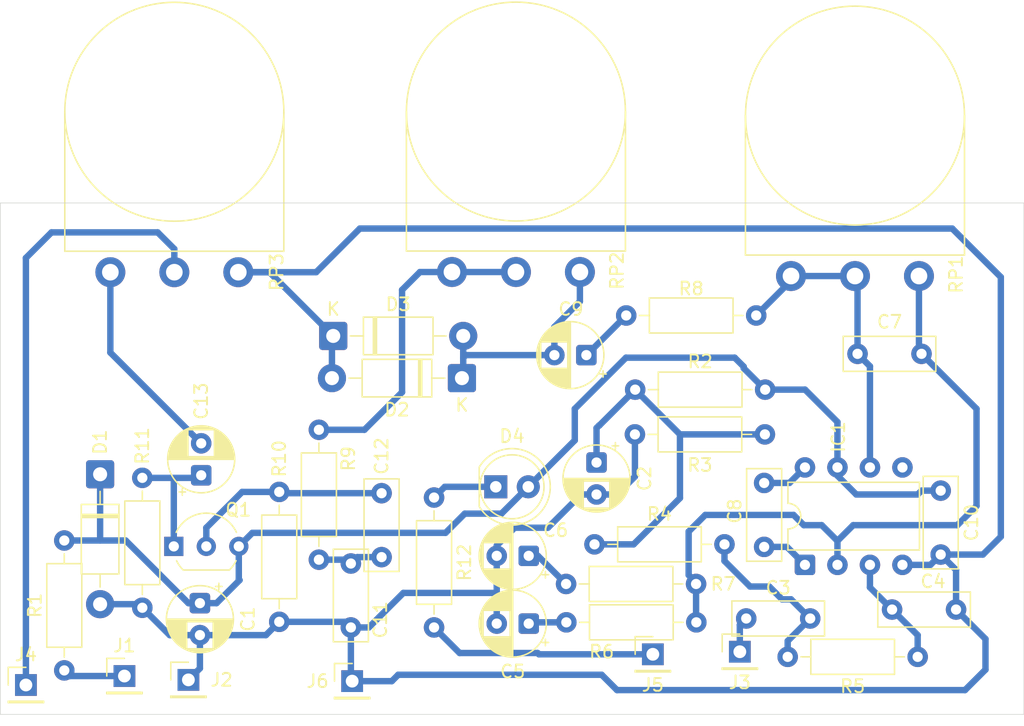
<source format=kicad_pcb>
(kicad_pcb (version 20241229) (generator "pcbnew") (generator_version "9.0")
  (layers (0 "F.Cu" signal) (2 "B.Cu" signal) (13 "F.Paste" user) (15 "B.Paste" user) (5 "F.SilkS" user "F.Silkscreen") (7 "B.SilkS" user "B.Silkscreen") (1 "F.Mask" user) (3 "B.Mask" user) (25 "Edge.Cuts" user))
  (net 0 "")
  (net 1 "Net-(J3-Pin_1)")
  (net 2 "GND")
  (net 3 "VCC")
  (net 4 "Net-(C6-Pad1)")
  (net 5 "Net-(J1-Pin_1)")
  (net 6 "Net-(C3-Pad2)")
  (net 7 "Net-(C8-Pad2)")
  (net 8 "Net-(C2-Pad1)")
  (net 9 "Net-(C7-Pad1)")
  (net 10 "Net-(C8-Pad1)")
  (net 11 "Net-(C9-Pad1)")
  (net 12 "Net-(C11-Pad1)")
  (net 13 "Net-(R9-Pad1)")
  (net 14 "Net-(D2-K)")
  (net 15 "Net-(C5-Pad1)")
  (net 16 "Net-(Q1-G)")
  (net 17 "Net-(C13-Pad2)")
  (net 18 "Net-(Q1-S)")
  (net 19 "Net-(D4-K)")
  (net 20 "Net-(J4-Pin_1)")
  (net 21 "Net-(J5-Pin_1)")
  (net 22 "Net-(IC1-+)")
  (net 23 "Net-(IC1--)")
  (footprint "Resistor_THT:R_Axial_DIN0207_L6.3mm_D2.5mm_P10.16mm_Horizontal" (layer "F.Cu") (at 6.44 6.7)
    (property "Reference" "R4" (at 5.08 -2.37 0) (layer "F.SilkS"))
    (property "Value" "1M")
    (pad "1" thru_hole circle (at 0 0) (size 1.6 1.6) (drill 0.8) (layers "*.Cu" "*.Mask") (net 8 "Net-(C2-Pad1)"))
    (pad "2" thru_hole circle (at 10.16 0) (size 1.6 1.6) (drill 0.8) (layers "*.Cu" "*.Mask") (net 6 "Net-(C3-Pad2)"))
  )
  (footprint "Capacitor_THT:CP_Radial_D5.0mm_P2.50mm" (layer "F.Cu") (at -24.3 1.3 90)
    (property "Reference" "C13" (at 5.8 0 90) (layer "F.SilkS"))
    (property "Value" "1u")
    (pad "1" thru_hole roundrect (at 0 0 90) (size 1.6 1.6) (drill 0.8) (layers "*.Cu" "*.Mask") (roundrect_rratio 0.15625) (net 18 "Net-(Q1-S)"))
    (pad "2" thru_hole circle (at 2.5 0 90) (size 1.6 1.6) (drill 0.8) (layers "*.Cu" "*.Mask") (net 17 "Net-(C13-Pad2)"))
  )
  (footprint "Resistor_THT:R_Axial_DIN0207_L6.3mm_D2.5mm_P10.16mm_Horizontal" (layer "F.Cu") (at -28.9 1.5 -90)
    (property "Reference" "R11" (at -2.5 0 90) (layer "F.SilkS"))
    (property "Value" "10k")
    (pad "1" thru_hole circle (at 0 0 270) (size 1.6 1.6) (drill 0.8) (layers "*.Cu" "*.Mask") (net 18 "Net-(Q1-S)"))
    (pad "2" thru_hole circle (at 10.16 0 270) (size 1.6 1.6) (drill 0.8) (layers "*.Cu" "*.Mask") (net 2 "GND"))
  )
  (footprint "Connector_PinHeader_2.54mm:PinHeader_1x01_P2.54mm_Vertical" (layer "F.Cu") (at -30.3 17)
    (property "Reference" "J1" (at 0 -2.38 0) (layer "F.SilkS"))
    (property "Value" "+V")
    (pad "1" thru_hole rect (at 0 0) (size 1.7 1.7) (drill 1) (layers "*.Cu" "*.Mask") (net 5 "Net-(J1-Pin_1)"))
  )
  (footprint "Capacitor_THT:C_Rect_L7.0mm_W2.5mm_P5.00mm" (layer "F.Cu") (at -12.6 8.2 -90)
    (property "Reference" "C11" (at 4.4 -2.3 90) (layer "F.SilkS"))
    (property "Value" "2.7n")
    (pad "1" thru_hole circle (at 0 0 270) (size 1.6 1.6) (drill 0.8) (layers "*.Cu" "*.Mask") (net 12 "Net-(C11-Pad1)"))
    (pad "2" thru_hole circle (at 5 0 270) (size 1.6 1.6) (drill 0.8) (layers "*.Cu" "*.Mask") (net 2 "GND"))
  )
  (footprint "Resistor_THT:R_Axial_DIN0207_L6.3mm_D2.5mm_P10.16mm_Horizontal" (layer "F.Cu") (at 9.62 -5.4)
    (property "Reference" "R2" (at 5.08 -2.2 0) (layer "F.SilkS"))
    (property "Value" "100k")
    (pad "1" thru_hole circle (at 0 0) (size 1.6 1.6) (drill 0.8) (layers "*.Cu" "*.Mask") (net 8 "Net-(C2-Pad1)"))
    (pad "2" thru_hole circle (at 10.16 0) (size 1.6 1.6) (drill 0.8) (layers "*.Cu" "*.Mask") (net 3 "VCC"))
  )
  (footprint "Resistor_THT:R_Axial_DIN0207_L6.3mm_D2.5mm_P10.16mm_Horizontal" (layer "F.Cu") (at 4.24 12.8)
    (property "Reference" "R6" (at 2.76 2.3 0) (layer "F.SilkS"))
    (property "Value" "47R")
    (pad "1" thru_hole circle (at 0 0) (size 1.6 1.6) (drill 0.8) (layers "*.Cu" "*.Mask") (net 15 "Net-(C5-Pad1)"))
    (pad "2" thru_hole circle (at 10.16 0) (size 1.6 1.6) (drill 0.8) (layers "*.Cu" "*.Mask") (net 23 "Net-(IC1--)"))
  )
  (footprint "Potentiometer_THT:Potentiometer_Omeg_PC16BU_Vertical" (layer "F.Cu") (at -21.4 -14.585 90)
    (property "Reference" "RP3" (at 0.015 3 90) (layer "F.SilkS"))
    (property "Value" "A100k")
    (pad "1" thru_hole circle (at 0 0 90) (size 2.34 2.34) (drill 1.3) (layers "*.Cu" "*.Mask") (net 2 "GND"))
    (pad "2" thru_hole circle (at 0 -5 90) (size 2.34 2.34) (drill 1.3) (layers "*.Cu" "*.Mask") (net 20 "Net-(J4-Pin_1)"))
    (pad "3" thru_hole circle (at 0 -10 90) (size 2.34 2.34) (drill 1.3) (layers "*.Cu" "*.Mask") (net 17 "Net-(C13-Pad2)"))
  )
  (footprint "Capacitor_THT:C_Rect_L7.0mm_W2.5mm_P5.00mm" (layer "F.Cu") (at 18.3 12.5)
    (property "Reference" "C3" (at 2.5 -2.4 0) (layer "F.SilkS"))
    (property "Value" "22n")
    (pad "1" thru_hole circle (at 0 0) (size 1.6 1.6) (drill 0.8) (layers "*.Cu" "*.Mask") (net 1 "Net-(J3-Pin_1)"))
    (pad "2" thru_hole circle (at 5 0) (size 1.6 1.6) (drill 0.8) (layers "*.Cu" "*.Mask") (net 6 "Net-(C3-Pad2)"))
  )
  (footprint "Capacitor_THT:CP_Radial_D5.0mm_P2.50mm" (layer "F.Cu") (at 1.3 7.6 180)
    (property "Reference" "C6" (at -2.1 2 0) (layer "F.SilkS"))
    (property "Value" "4.7u")
    (pad "1" thru_hole roundrect (at 0 0 180) (size 1.6 1.6) (drill 0.8) (layers "*.Cu" "*.Mask") (roundrect_rratio 0.15625) (net 4 "Net-(C6-Pad1)"))
    (pad "2" thru_hole circle (at 2.5 0 180) (size 1.6 1.6) (drill 0.8) (layers "*.Cu" "*.Mask") (net 2 "GND"))
  )
  (footprint "Resistor_THT:R_Axial_DIN0207_L6.3mm_D2.5mm_P10.16mm_Horizontal" (layer "F.Cu") (at -35 6.4 -90)
    (property "Reference" "R1" (at 5.08 2.3 90) (layer "F.SilkS"))
    (property "Value" "47R")
    (pad "1" thru_hole circle (at 0 0 270) (size 1.6 1.6) (drill 0.8) (layers "*.Cu" "*.Mask") (net 3 "VCC"))
    (pad "2" thru_hole circle (at 10.16 0 270) (size 1.6 1.6) (drill 0.8) (layers "*.Cu" "*.Mask") (net 5 "Net-(J1-Pin_1)"))
  )
  (footprint "Capacitor_THT:CP_Radial_D5.0mm_P2.50mm" (layer "F.Cu") (at -24.4 11.3 -90)
    (property "Reference" "C1" (at 1.25 -3.75 90) (layer "F.SilkS"))
    (property "Value" "100u")
    (pad "1" thru_hole roundrect (at 0 0 270) (size 1.6 1.6) (drill 0.8) (layers "*.Cu" "*.Mask") (roundrect_rratio 0.15625) (net 3 "VCC"))
    (pad "2" thru_hole circle (at 2.5 0 270) (size 1.6 1.6) (drill 0.8) (layers "*.Cu" "*.Mask") (net 2 "GND"))
  )
  (footprint "Connector_PinHeader_2.54mm:PinHeader_1x01_P2.54mm_Vertical" (layer "F.Cu") (at 17.8 15.1)
    (property "Reference" "J3" (at 0 2.4 0) (layer "F.SilkS"))
    (property "Value" "IN")
    (pad "1" thru_hole rect (at 0 0) (size 1.7 1.7) (drill 1) (layers "*.Cu" "*.Mask") (net 1 "Net-(J3-Pin_1)"))
  )
  (footprint "Connector_PinHeader_2.54mm:PinHeader_1x01_P2.54mm_Vertical" (layer "F.Cu") (at -12.5 17.4)
    (property "Reference" "J6" (at -2.7 0 0) (layer "F.SilkS"))
    (property "Value" "GND")
    (pad "1" thru_hole rect (at 0 0) (size 1.7 1.7) (drill 1) (layers "*.Cu" "*.Mask") (net 2 "GND"))
  )
  (footprint "LED_THT:LED_D5.0mm" (layer "F.Cu") (at -1.275 2.2)
    (property "Reference" "D4" (at 1.27 -3.96 0) (layer "F.SilkS"))
    (property "Value" "LED")
    (pad "1" thru_hole rect (at 0 0) (size 1.8 1.8) (drill 0.9) (layers "*.Cu" "*.Mask") (net 19 "Net-(D4-K)"))
    (pad "2" thru_hole circle (at 2.54 0) (size 1.8 1.8) (drill 0.9) (layers "*.Cu" "*.Mask") (net 3 "VCC"))
  )
  (footprint "Diode_THT:D_DO-41_SOD81_P10.16mm_Horizontal" (layer "F.Cu") (at -3.92 -6.3 180)
    (property "Reference" "D2" (at 5.08 -2.47 0) (layer "F.SilkS"))
    (property "Value" "ST4148")
    (fp_text user "K" (at 0 -2.1 0) (layer "F.SilkS"))
    (pad "1" thru_hole roundrect (at 0 0 180) (size 2.2 2.2) (drill 1.1) (layers "*.Cu" "*.Mask") (roundrect_rratio 0.113636) (net 14 "Net-(D2-K)"))
    (pad "2" thru_hole circle (at 10.16 0 180) (size 2.2 2.2) (drill 1.1) (layers "*.Cu" "*.Mask") (net 2 "GND"))
  )
  (footprint "Connector_PinHeader_2.54mm:PinHeader_1x01_P2.54mm_Vertical" (layer "F.Cu") (at 11 15.3)
    (property "Reference" "J5" (at 0 2.4 0) (layer "F.SilkS"))
    (property "Value" "LED")
    (pad "1" thru_hole rect (at 0 0) (size 1.7 1.7) (drill 1) (layers "*.Cu" "*.Mask") (net 21 "Net-(J5-Pin_1)"))
  )
  (footprint "Potentiometer_THT:Potentiometer_Omeg_PC16BU_Vertical" (layer "F.Cu") (at 31.8 -14.285 90)
    (property "Reference" "RP1" (at 0.115 2.9 90) (layer "F.SilkS"))
    (property "Value" "A100k")
    (pad "1" thru_hole circle (at 0 0 90) (size 2.34 2.34) (drill 1.3) (layers "*.Cu" "*.Mask") (net 23 "Net-(IC1--)"))
    (pad "2" thru_hole circle (at 0 -5 90) (size 2.34 2.34) (drill 1.3) (layers "*.Cu" "*.Mask") (net 9 "Net-(C7-Pad1)"))
    (pad "3" thru_hole circle (at 0 -10 90) (size 2.34 2.34) (drill 1.3) (layers "*.Cu" "*.Mask") (net 9 "Net-(C7-Pad1)"))
  )
  (footprint "Capacitor_THT:C_Rect_L7.0mm_W2.5mm_P5.00mm" (layer "F.Cu") (at 33.5 2.5 -90)
    (property "Reference" "C10" (at 2.5 -2.4 90) (layer "F.SilkS"))
    (property "Value" "10n")
    (pad "1" thru_hole circle (at 0 0 270) (size 1.6 1.6) (drill 0.8) (layers "*.Cu" "*.Mask") (net 3 "VCC"))
    (pad "2" thru_hole circle (at 5 0 270) (size 1.6 1.6) (drill 0.8) (layers "*.Cu" "*.Mask") (net 2 "GND"))
  )
  (footprint "Capacitor_THT:C_Rect_L7.0mm_W2.5mm_P5.00mm" (layer "F.Cu") (at 19.7 1.9 -90)
    (property "Reference" "C8" (at 2.2 2.3 90) (layer "F.SilkS"))
    (property "Value" "30p")
    (pad "1" thru_hole circle (at 0 0 270) (size 1.6 1.6) (drill 0.8) (layers "*.Cu" "*.Mask") (net 10 "Net-(C8-Pad1)"))
    (pad "2" thru_hole circle (at 5 0 270) (size 1.6 1.6) (drill 0.8) (layers "*.Cu" "*.Mask") (net 7 "Net-(C8-Pad2)"))
  )
  (footprint "Connector_PinHeader_2.54mm:PinHeader_1x01_P2.54mm_Vertical" (layer "F.Cu") (at -38 17.7)
    (property "Reference" "J4" (at 0 -2.38 0) (layer "F.SilkS"))
    (property "Value" "OUT")
    (pad "1" thru_hole rect (at 0 0) (size 1.7 1.7) (drill 1) (layers "*.Cu" "*.Mask") (net 20 "Net-(J4-Pin_1)"))
  )
  (footprint "Capacitor_THT:CP_Radial_D5.0mm_P2.50mm" (layer "F.Cu") (at 6.6 0.3 -90)
    (property "Reference" "C2" (at 1.25 -3.75 90) (layer "F.SilkS"))
    (property "Value" "1u")
    (pad "1" thru_hole roundrect (at 0 0 270) (size 1.6 1.6) (drill 0.8) (layers "*.Cu" "*.Mask") (roundrect_rratio 0.15625) (net 8 "Net-(C2-Pad1)"))
    (pad "2" thru_hole circle (at 2.5 0 270) (size 1.6 1.6) (drill 0.8) (layers "*.Cu" "*.Mask") (net 2 "GND"))
  )
  (footprint "Resistor_THT:R_Axial_DIN0207_L6.3mm_D2.5mm_P10.16mm_Horizontal" (layer "F.Cu") (at 21.54 15.5)
    (property "Reference" "R5" (at 5.08 2.3 0) (layer "F.SilkS"))
    (property "Value" "1k")
    (pad "1" thru_hole circle (at 0 0) (size 1.6 1.6) (drill 0.8) (layers "*.Cu" "*.Mask") (net 6 "Net-(C3-Pad2)"))
    (pad "2" thru_hole circle (at 10.16 0) (size 1.6 1.6) (drill 0.8) (layers "*.Cu" "*.Mask") (net 22 "Net-(IC1-+)"))
  )
  (footprint "Resistor_THT:R_Axial_DIN0207_L6.3mm_D2.5mm_P10.16mm_Horizontal" (layer "F.Cu") (at -6.1 3.04 -90)
    (property "Reference" "R12" (at 5.08 -2.37 90) (layer "F.SilkS"))
    (property "Value" "1.5k")
    (pad "1" thru_hole circle (at 0 0 270) (size 1.6 1.6) (drill 0.8) (layers "*.Cu" "*.Mask") (net 19 "Net-(D4-K)"))
    (pad "2" thru_hole circle (at 10.16 0 270) (size 1.6 1.6) (drill 0.8) (layers "*.Cu" "*.Mask") (net 21 "Net-(J5-Pin_1)"))
  )
  (footprint "Resistor_THT:R_Axial_DIN0207_L6.3mm_D2.5mm_P10.16mm_Horizontal" (layer "F.Cu") (at -18.2 2.6 -90)
    (property "Reference" "R10" (at -2.6 0 90) (layer "F.SilkS"))
    (property "Value" "1M")
    (pad "1" thru_hole circle (at 0 0 270) (size 1.6 1.6) (drill 0.8) (layers "*.Cu" "*.Mask") (net 16 "Net-(Q1-G)"))
    (pad "2" thru_hole circle (at 10.16 0 270) (size 1.6 1.6) (drill 0.8) (layers "*.Cu" "*.Mask") (net 2 "GND"))
  )
  (footprint "Capacitor_THT:C_Rect_L7.0mm_W2.5mm_P5.00mm" (layer "F.Cu") (at 27 -8.2)
    (property "Reference" "C7" (at 2.5 -2.5 0) (layer "F.SilkS"))
    (property "Value" "100p")
    (pad "1" thru_hole circle (at 0 0) (size 1.6 1.6) (drill 0.8) (layers "*.Cu" "*.Mask") (net 9 "Net-(C7-Pad1)"))
    (pad "2" thru_hole circle (at 5 0) (size 1.6 1.6) (drill 0.8) (layers "*.Cu" "*.Mask") (net 23 "Net-(IC1--)"))
  )
  (footprint "Diode_THT:D_DO-41_SOD81_P10.16mm_Horizontal" (layer "F.Cu") (at -32.2 1.22 -90)
    (property "Reference" "D1" (at -2.52 0 90) (layer "F.SilkS"))
    (property "Value" "1N4007")
    (pad "1" thru_hole roundrect (at 0 0 270) (size 2.2 2.2) (drill 1.1) (layers "*.Cu" "*.Mask") (roundrect_rratio 0.113636) (net 3 "VCC"))
    (pad "2" thru_hole circle (at 10.16 0 270) (size 2.2 2.2) (drill 1.1) (layers "*.Cu" "*.Mask") (net 2 "GND"))
  )
  (footprint "Capacitor_THT:CP_Radial_D5.0mm_P2.50mm" (layer "F.Cu") (at 5.805112 -8.1 180)
    (property "Reference" "C9" (at 1.205113 3.6 0) (layer "F.SilkS"))
    (property "Value" "4.7u")
    (pad "1" thru_hole roundrect (at 0 0 180) (size 1.6 1.6) (drill 0.8) (layers "*.Cu" "*.Mask") (roundrect_rratio 0.15625) (net 11 "Net-(C9-Pad1)"))
    (pad "2" thru_hole circle (at 2.5 0 180) (size 1.6 1.6) (drill 0.8) (layers "*.Cu" "*.Mask") (net 14 "Net-(D2-K)"))
  )
  (footprint "Diode_THT:D_DO-41_SOD81_P10.16mm_Horizontal" (layer "F.Cu") (at -13.98 -9.6)
    (property "Reference" "D3" (at 5.08 -2.47 0) (layer "F.SilkS"))
    (property "Value" "ST4148")
    (fp_text user "K" (at 0 -2.1 0) (layer "F.SilkS"))
    (pad "1" thru_hole roundrect (at 0 0) (size 2.2 2.2) (drill 1.1) (layers "*.Cu" "*.Mask") (roundrect_rratio 0.113636) (net 2 "GND"))
    (pad "2" thru_hole circle (at 10.16 0) (size 2.2 2.2) (drill 1.1) (layers "*.Cu" "*.Mask") (net 14 "Net-(D2-K)"))
  )
  (footprint "Resistor_THT:R_Axial_DIN0207_L6.3mm_D2.5mm_P10.16mm_Horizontal" (layer "F.Cu") (at 8.92 -11.2)
    (property "Reference" "R8" (at 5.08 -2.1 0) (layer "F.SilkS"))
    (property "Value" "1k")
    (pad "1" thru_hole circle (at 0 0) (size 1.6 1.6) (drill 0.8) (layers "*.Cu" "*.Mask") (net 11 "Net-(C9-Pad1)"))
    (pad "2" thru_hole circle (at 10.16 0) (size 1.6 1.6) (drill 0.8) (layers "*.Cu" "*.Mask") (net 9 "Net-(C7-Pad1)"))
  )
  (footprint "Package_DIP:DIP-8_W7.62mm" (layer "F.Cu") (at 22.89 8.305 90)
    (property "Reference" "IC1" (at 10.005 2.61 90) (layer "F.SilkS"))
    (property "Value" "OP07CP")
    (pad "1" thru_hole roundrect (at 0 0 90) (size 1.6 1.6) (drill 0.8) (layers "*.Cu" "*.Mask") (roundrect_rratio 0.15625) (net 7 "Net-(C8-Pad2)"))
    (pad "2" thru_hole circle (at 0 2.54 90) (size 1.6 1.6) (drill 0.8) (layers "*.Cu" "*.Mask") (net 23 "Net-(IC1--)"))
    (pad "3" thru_hole circle (at 0 5.08 90) (size 1.6 1.6) (drill 0.8) (layers "*.Cu" "*.Mask") (net 22 "Net-(IC1-+)"))
    (pad "4" thru_hole circle (at 0 7.62 90) (size 1.6 1.6) (drill 0.8) (layers "*.Cu" "*.Mask") (net 2 "GND"))
    (pad "5" thru_hole circle (at 7.62 7.62 90) (size 1.6 1.6) (drill 0.8) (layers "*.Cu" "*.Mask"))
    (pad "6" thru_hole circle (at 7.62 5.08 90) (size 1.6 1.6) (drill 0.8) (layers "*.Cu" "*.Mask") (net 9 "Net-(C7-Pad1)"))
    (pad "7" thru_hole circle (at 7.62 2.54 90) (size 1.6 1.6) (drill 0.8) (layers "*.Cu" "*.Mask") (net 3 "VCC"))
    (pad "8" thru_hole circle (at 7.62 0 90) (size 1.6 1.6) (drill 0.8) (layers "*.Cu" "*.Mask") (net 10 "Net-(C8-Pad1)"))
  )
  (footprint "Resistor_THT:R_Axial_DIN0207_L6.3mm_D2.5mm_P10.16mm_Horizontal" (layer "F.Cu") (at 4.22 9.8)
    (property "Reference" "R7" (at 12.28 0 0) (layer "F.SilkS"))
    (property "Value" "560R")
    (pad "1" thru_hole circle (at 0 0) (size 1.6 1.6) (drill 0.8) (layers "*.Cu" "*.Mask") (net 4 "Net-(C6-Pad1)"))
    (pad "2" thru_hole circle (at 10.16 0) (size 1.6 1.6) (drill 0.8) (layers "*.Cu" "*.Mask") (net 23 "Net-(IC1--)"))
  )
  (footprint "Potentiometer_THT:Potentiometer_Omeg_PC16BU_Vertical" (layer "F.Cu") (at 5.3 -14.6 90)
    (property "Reference" "RP2" (at 0.1 2.9 90) (layer "F.SilkS"))
    (property "Value" "A100k")
    (pad "1" thru_hole circle (at 0 0 90) (size 2.34 2.34) (drill 1.3) (layers "*.Cu" "*.Mask") (net 14 "Net-(D2-K)"))
    (pad "2" thru_hole circle (at 0 -5 90) (size 2.34 2.34) (drill 1.3) (layers "*.Cu" "*.Mask") (net 13 "Net-(R9-Pad1)"))
    (pad "3" thru_hole circle (at 0 -10 90) (size 2.34 2.34) (drill 1.3) (layers "*.Cu" "*.Mask") (net 13 "Net-(R9-Pad1)"))
  )
  (footprint "Connector_PinHeader_2.54mm:PinHeader_1x01_P2.54mm_Vertical" (layer "F.Cu") (at -25.3 17.3)
    (property "Reference" "J2" (at 2.6 0 0) (layer "F.SilkS"))
    (property "Value" "GND")
    (pad "1" thru_hole rect (at 0 0) (size 1.7 1.7) (drill 1) (layers "*.Cu" "*.Mask") (net 2 "GND"))
  )
  (footprint "Capacitor_THT:C_Rect_L7.0mm_W2.5mm_P5.00mm" (layer "F.Cu") (at -10.2 2.7 -90)
    (property "Reference" "C12" (at -2.9 0 90) (layer "F.SilkS"))
    (property "Value" "22n")
    (pad "1" thru_hole circle (at 0 0 270) (size 1.6 1.6) (drill 0.8) (layers "*.Cu" "*.Mask") (net 16 "Net-(Q1-G)"))
    (pad "2" thru_hole circle (at 5 0 270) (size 1.6 1.6) (drill 0.8) (layers "*.Cu" "*.Mask") (net 12 "Net-(C11-Pad1)"))
  )
  (footprint "Package_TO_SOT_THT:TO-92_Inline_Wide" (layer "F.Cu") (at -26.44 6.86)
    (property "Reference" "Q1" (at 5.04 -2.86 0) (layer "F.SilkS"))
    (property "Value" "2SK30ATM-GR")
    (pad "1" thru_hole rect (at 0 0) (size 1.5 1.5) (drill 0.8) (layers "*.Cu" "*.Mask") (net 18 "Net-(Q1-S)"))
    (pad "2" thru_hole circle (at 2.54 0) (size 1.5 1.5) (drill 0.8) (layers "*.Cu" "*.Mask") (net 16 "Net-(Q1-G)"))
    (pad "3" thru_hole circle (at 5.08 0) (size 1.5 1.5) (drill 0.8) (layers "*.Cu" "*.Mask") (net 3 "VCC"))
  )
  (footprint "Resistor_THT:R_Axial_DIN0207_L6.3mm_D2.5mm_P10.16mm_Horizontal" (layer "F.Cu") (at -15.1 -2.26 -90)
    (property "Reference" "R9" (at 2.26 -2.3 90) (layer "F.SilkS"))
    (property "Value" "1.5k")
    (pad "1" thru_hole circle (at 0 0 270) (size 1.6 1.6) (drill 0.8) (layers "*.Cu" "*.Mask") (net 13 "Net-(R9-Pad1)"))
    (pad "2" thru_hole circle (at 10.16 0 270) (size 1.6 1.6) (drill 0.8) (layers "*.Cu" "*.Mask") (net 12 "Net-(C11-Pad1)"))
  )
  (footprint "Capacitor_THT:C_Rect_L7.0mm_W2.5mm_P5.00mm" (layer "F.Cu") (at 29.7 11.8)
    (property "Reference" "C4" (at 3.2 -2.2 0) (layer "F.SilkS"))
    (property "Value" "1n")
    (pad "1" thru_hole circle (at 0 0) (size 1.6 1.6) (drill 0.8) (layers "*.Cu" "*.Mask") (net 22 "Net-(IC1-+)"))
    (pad "2" thru_hole circle (at 5 0) (size 1.6 1.6) (drill 0.8) (layers "*.Cu" "*.Mask") (net 2 "GND"))
  )
  (footprint "Capacitor_THT:CP_Radial_D5.0mm_P2.50mm" (layer "F.Cu") (at 1.3 12.9 180)
    (property "Reference" "C5" (at 1.25 -3.75 0) (layer "F.SilkS"))
    (property "Value" "2.2u")
    (pad "1" thru_hole roundrect (at 0 0 180) (size 1.6 1.6) (drill 0.8) (layers "*.Cu" "*.Mask") (roundrect_rratio 0.15625) (net 15 "Net-(C5-Pad1)"))
    (pad "2" thru_hole circle (at 2.5 0 180) (size 1.6 1.6) (drill 0.8) (layers "*.Cu" "*.Mask") (net 2 "GND"))
  )
  (footprint "Resistor_THT:R_Axial_DIN0207_L6.3mm_D2.5mm_P10.16mm_Horizontal" (layer "F.Cu") (at 9.6 -1.9)
    (property "Reference" "R3" (at 5.08 2.4 0) (layer "F.SilkS"))
    (property "Value" "100k")
    (pad "1" thru_hole circle (at 0 0) (size 1.6 1.6) (drill 0.8) (layers "*.Cu" "*.Mask") (net 2 "GND"))
    (pad "2" thru_hole circle (at 10.16 0) (size 1.6 1.6) (drill 0.8) (layers "*.Cu" "*.Mask") (net 8 "Net-(C2-Pad1)"))
  )
  (gr_rect (start -40 -20) (end 40 20) (stroke (width 0.05)) (fill no) (layer "Edge.Cuts"))
  (segment (start 17.8 13) (end 18.3 12.5) (width 0.5) (layer "B.Cu") (net 1))
  (segment (start 17.8 15.1) (end 17.8 13) (width 0.5) (layer "B.Cu") (net 1))
  (segment (start -12.6 13.2) (end -12.6 17.3) (width 0.5) (layer "B.Cu") (net 2))
  (segment (start 0.2 5.4) (end 2.8 5.4) (width 0.5) (layer "B.Cu") (net 2))
  (segment (start 34.7 11.8) (end 37 14.1) (width 0.5) (layer "B.Cu") (net 2))
  (segment (start -11.2 13.2) (end -8.5 10.5) (width 0.5) (layer "B.Cu") (net 2))
  (segment (start -1.2 7.6) (end -1.2 10.5) (width 0.5) (layer "B.Cu") (net 2))
  (segment (start -8.9 16.9) (end -9.4 17.4) (width 0.5) (layer "B.Cu") (net 2))
  (segment (start 8.2 2.8) (end 6.6 2.8) (width 0.5) (layer "B.Cu") (net 2))
  (segment (start 35.4 18.1) (end 8.2 18.1) (width 0.5) (layer "B.Cu") (net 2))
  (segment (start 37 14.1) (end 37 16.5) (width 0.5) (layer "B.Cu") (net 2))
  (segment (start -18.965 -14.585) (end -13.98 -9.6) (width 0.5) (layer "B.Cu") (net 2))
  (segment (start 2.8 5.4) (end 5.4 2.8) (width 0.5) (layer "B.Cu") (net 2))
  (segment (start -19.24 13.8) (end -18.2 12.76) (width 0.5) (layer "B.Cu") (net 2))
  (segment (start 9.6 1.4) (end 8.2 2.8) (width 0.5) (layer "B.Cu") (net 2))
  (segment (start -12.6 17.3) (end -12.5 17.4) (width 0.5) (layer "B.Cu") (net 2))
  (segment (start -24.4 13.8) (end -19.24 13.8) (width 0.5) (layer "B.Cu") (net 2))
  (segment (start 34.4 -18) (end 38.2 -14.2) (width 0.5) (layer "B.Cu") (net 2))
  (segment (start 7 16.9) (end -8.9 16.9) (width 0.5) (layer "B.Cu") (net 2))
  (segment (start 36.8 7.5) (end 33.5 7.5) (width 0.5) (layer "B.Cu") (net 2))
  (segment (start 9.6 -1.9) (end 9.6 1.4) (width 0.5) (layer "B.Cu") (net 2))
  (segment (start -14.08 -9.5) (end -13.98 -9.6) (width 0.5) (layer "B.Cu") (net 2))
  (segment (start -32.2 11.38) (end -29.18 11.38) (width 0.5) (layer "B.Cu") (net 2))
  (segment (start 30.51 8.305) (end 32.695 8.305) (width 0.5) (layer "B.Cu") (net 2))
  (segment (start 37 16.5) (end 35.4 18.1) (width 0.5) (layer "B.Cu") (net 2))
  (segment (start -21.4 -14.585) (end -18.965 -14.585) (width 0.5) (layer "B.Cu") (net 2))
  (segment (start 5.4 2.8) (end 6.6 2.8) (width 0.5) (layer "B.Cu") (net 2))
  (segment (start -1.2 6.8) (end 0.2 5.4) (width 0.5) (layer "B.Cu") (net 2))
  (segment (start -1.2 7.6) (end -1.2 6.8) (width 0.5) (layer "B.Cu") (net 2))
  (segment (start -14.08 -6.3) (end -14.08 -9.5) (width 0.5) (layer "B.Cu") (net 2))
  (segment (start -29.18 11.38) (end -28.9 11.66) (width 0.5) (layer "B.Cu") (net 2))
  (segment (start 8.2 18.1) (end 7 16.9) (width 0.5) (layer "B.Cu") (net 2))
  (segment (start -9.4 17.4) (end -12.5 17.4) (width 0.5) (layer "B.Cu") (net 2))
  (segment (start 34.7 11.8) (end 34.7 8.7) (width 0.5) (layer "B.Cu") (net 2))
  (segment (start 38.2 6.1) (end 36.8 7.5) (width 0.5) (layer "B.Cu") (net 2))
  (segment (start -12.6 13.2) (end -11.2 13.2) (width 0.5) (layer "B.Cu") (net 2))
  (segment (start -11.9 -18) (end 34.4 -18) (width 0.5) (layer "B.Cu") (net 2))
  (segment (start -24.4 13.8) (end -26.76 13.8) (width 0.5) (layer "B.Cu") (net 2))
  (segment (start -15.315 -14.585) (end -11.9 -18) (width 0.5) (layer "B.Cu") (net 2))
  (segment (start 32.695 8.305) (end 33.5 7.5) (width 0.5) (layer "B.Cu") (net 2))
  (segment (start -1.2 10.5) (end -1.2 12.9) (width 0.5) (layer "B.Cu") (net 2))
  (segment (start -24.4 13.8) (end -24.4 16.4) (width 0.5) (layer "B.Cu") (net 2))
  (segment (start -21.4 -14.585) (end -15.315 -14.585) (width 0.5) (layer "B.Cu") (net 2))
  (segment (start -18.2 12.76) (end -13.04 12.76) (width 0.5) (layer "B.Cu") (net 2))
  (segment (start -8.5 10.5) (end -1.2 10.5) (width 0.5) (layer "B.Cu") (net 2))
  (segment (start -13.04 12.76) (end -12.6 13.2) (width 0.5) (layer "B.Cu") (net 2))
  (segment (start -24.4 16.4) (end -25.3 17.3) (width 0.5) (layer "B.Cu") (net 2))
  (segment (start -26.76 13.8) (end -28.9 11.66) (width 0.5) (layer "B.Cu") (net 2))
  (segment (start 38.2 -14.2) (end 38.2 6.1) (width 0.5) (layer "B.Cu") (net 2))
  (segment (start 34.7 8.7) (end 33.5 7.5) (width 0.5) (layer "B.Cu") (net 2))
  (segment (start -21.36 9.44) (end -21.36 6.86) (width 0.5) (layer "B.Cu") (net 3))
  (segment (start 17.4 -7.9) (end 18.1 -7.2) (width 0.5) (layer "B.Cu") (net 3))
  (segment (start -23.1 11.3) (end -21.3 9.5) (width 0.5) (layer "B.Cu") (net 3))
  (segment (start -32.2 1.22) (end -32.2 6.4) (width 0.5) (layer "B.Cu") (net 3))
  (segment (start 32 2.5) (end 33.5 2.5) (width 0.5) (layer "B.Cu") (net 3))
  (segment (start -21.36 6.86) (end -20.3 5.8) (width 0.5) (layer "B.Cu") (net 3))
  (segment (start 26.9 2.8) (end 31.7 2.8) (width 0.5) (layer "B.Cu") (net 3))
  (segment (start -25.3 11.3) (end -24.4 11.3) (width 0.5) (layer "B.Cu") (net 3))
  (segment (start 31.7 2.8) (end 32 2.5) (width 0.5) (layer "B.Cu") (net 3))
  (segment (start -30.2 6.4) (end -25.3 11.3) (width 0.5) (layer "B.Cu") (net 3))
  (segment (start -0.835 4.3) (end 1.265 2.2) (width 0.5) (layer "B.Cu") (net 3))
  (segment (start -5.2 5.8) (end -3.7 4.3) (width 0.5) (layer "B.Cu") (net 3))
  (segment (start 19.78 -5.4) (end 22.9 -5.4) (width 0.5) (layer "B.Cu") (net 3))
  (segment (start 4.9 -1.435) (end 4.9 -3.9) (width 0.5) (layer "B.Cu") (net 3))
  (segment (start 8.9 -7.9) (end 17.4 -7.9) (width 0.5) (layer "B.Cu") (net 3))
  (segment (start 25.43 0.685) (end 25.43 1.33) (width 0.5) (layer "B.Cu") (net 3))
  (segment (start -3.7 4.3) (end -0.835 4.3) (width 0.5) (layer "B.Cu") (net 3))
  (segment (start 18.1 -7.08) (end 19.78 -5.4) (width 0.5) (layer "B.Cu") (net 3))
  (segment (start 25.43 1.33) (end 26.9 2.8) (width 0.5) (layer "B.Cu") (net 3))
  (segment (start 1.265 2.2) (end 4.9 -1.435) (width 0.5) (layer "B.Cu") (net 3))
  (segment (start 25.43 -2.87) (end 25.43 0.685) (width 0.5) (layer "B.Cu") (net 3))
  (segment (start -32.2 6.4) (end -30.2 6.4) (width 0.5) (layer "B.Cu") (net 3))
  (segment (start -21.3 9.5) (end -21.36 9.44) (width 0.5) (layer "B.Cu") (net 3))
  (segment (start 4.9 -3.9) (end 8.9 -7.9) (width 0.5) (layer "B.Cu") (net 3))
  (segment (start 22.9 -5.4) (end 25.43 -2.87) (width 0.5) (layer "B.Cu") (net 3))
  (segment (start 18.1 -7.2) (end 18.1 -7.08) (width 0.5) (layer "B.Cu") (net 3))
  (segment (start -35 6.4) (end -32.2 6.4) (width 0.5) (layer "B.Cu") (net 3))
  (segment (start -20.3 5.8) (end -5.2 5.8) (width 0.5) (layer "B.Cu") (net 3))
  (segment (start -24.4 11.3) (end -23.1 11.3) (width 0.5) (layer "B.Cu") (net 3))
  (segment (start 1.3 7.6) (end 2.02 7.6) (width 0.5) (layer "B.Cu") (net 4))
  (segment (start 2.02 7.6) (end 4.22 9.8) (width 0.5) (layer "B.Cu") (net 4))
  (segment (start -34.56 17) (end -35 16.56) (width 0.5) (layer "B.Cu") (net 5))
  (segment (start -30.3 17) (end -34.56 17) (width 0.5) (layer "B.Cu") (net 5))
  (segment (start 16.6 8) (end 18.6 10) (width 0.5) (layer "B.Cu") (net 6))
  (segment (start 18.6 10) (end 20.1 10) (width 0.5) (layer "B.Cu") (net 6))
  (segment (start 21.54 14.26) (end 23.3 12.5) (width 0.5) (layer "B.Cu") (net 6))
  (segment (start 21.54 15.5) (end 21.54 14.26) (width 0.5) (layer "B.Cu") (net 6))
  (segment (start 20.1 10) (end 21.1 11) (width 0.5) (layer "B.Cu") (net 6))
  (segment (start 21.1 11) (end 21.8 11) (width 0.5) (layer "B.Cu") (net 6))
  (segment (start 21.8 11) (end 23.3 12.5) (width 0.5) (layer "B.Cu") (net 6))
  (segment (start 16.6 6.7) (end 16.6 8) (width 0.5) (layer "B.Cu") (net 6))
  (segment (start 21.485 6.9) (end 22.89 8.305) (width 0.5) (layer "B.Cu") (net 7))
  (segment (start 19.7 6.9) (end 21.485 6.9) (width 0.5) (layer "B.Cu") (net 7))
  (segment (start 6.82 -2.6) (end 6.8 -2.6) (width 0.5) (layer "B.Cu") (net 8))
  (segment (start 19.76 -1.9) (end 13.12 -1.9) (width 0.5) (layer "B.Cu") (net 8))
  (segment (start 13.12 -1.9) (end 9.62 -5.4) (width 0.5) (layer "B.Cu") (net 8))
  (segment (start 9.5 6.7) (end 13.12 3.08) (width 0.5) (layer "B.Cu") (net 8))
  (segment (start 6.6 -2.4) (end 6.6 0.3) (width 0.5) (layer "B.Cu") (net 8))
  (segment (start 13.12 3.08) (end 13.12 -1.9) (width 0.5) (layer "B.Cu") (net 8))
  (segment (start 9.62 -5.4) (end 6.82 -2.6) (width 0.5) (layer "B.Cu") (net 8))
  (segment (start 6.44 6.7) (end 9.5 6.7) (width 0.5) (layer "B.Cu") (net 8))
  (segment (start 6.8 -2.6) (end 6.6 -2.4) (width 0.5) (layer "B.Cu") (net 8))
  (segment (start 27.97 0.685) (end 27.97 -7.23) (width 0.5) (layer "B.Cu") (net 9))
  (segment (start 27 -8.2) (end 27 -14.085) (width 0.5) (layer "B.Cu") (net 9))
  (segment (start 21.8 -14.285) (end 21.8 -13.92) (width 0.5) (layer "B.Cu") (net 9))
  (segment (start 21.8 -13.92) (end 19.08 -11.2) (width 0.5) (layer "B.Cu") (net 9))
  (segment (start 27 -14.085) (end 26.8 -14.285) (width 0.5) (layer "B.Cu") (net 9))
  (segment (start 21.8 -14.285) (end 26.8 -14.285) (width 0.5) (layer "B.Cu") (net 9))
  (segment (start 27.97 -7.23) (end 27 -8.2) (width 0.5) (layer "B.Cu") (net 9))
  (segment (start 19.7 1.9) (end 21.675 1.9) (width 0.5) (layer "B.Cu") (net 10))
  (segment (start 21.675 1.9) (end 22.89 0.685) (width 0.5) (layer "B.Cu") (net 10))
  (segment (start 5.82 -8.1) (end 8.92 -11.2) (width 0.5) (layer "B.Cu") (net 11))
  (segment (start 5.805112 -8.1) (end 5.82 -8.1) (width 0.5) (layer "B.Cu") (net 11))
  (segment (start -12.9 7.9) (end -12.6 8.2) (width 0.5) (layer "B.Cu") (net 12))
  (segment (start -10.2 7.7) (end -12.1 7.7) (width 0.5) (layer "B.Cu") (net 12))
  (segment (start -15.1 7.9) (end -12.9 7.9) (width 0.5) (layer "B.Cu") (net 12))
  (segment (start -12.1 7.7) (end -12.6 8.2) (width 0.5) (layer "B.Cu") (net 12))
  (segment (start -4.7 -14.6) (end 0.3 -14.6) (width 0.5) (layer "B.Cu") (net 13))
  (segment (start -8.6 -13.2) (end -8.6 -5.2) (width 0.5) (layer "B.Cu") (net 13))
  (segment (start -7.2 -14.6) (end -8.6 -13.2) (width 0.5) (layer "B.Cu") (net 13))
  (segment (start -4.7 -14.6) (end -7.2 -14.6) (width 0.5) (layer "B.Cu") (net 13))
  (segment (start -11.54 -2.26) (end -15.1 -2.26) (width 0.5) (layer "B.Cu") (net 13))
  (segment (start -8.6 -5.2) (end -11.54 -2.26) (width 0.5) (layer "B.Cu") (net 13))
  (segment (start 3.305112 -10.305112) (end 3.305112 -8.1) (width 0.5) (layer "B.Cu") (net 14))
  (segment (start 5.3 -12.3) (end 3.305112 -10.305112) (width 0.5) (layer "B.Cu") (net 14))
  (segment (start 3.305112 -8.1) (end -3.62 -8.1) (width 0.5) (layer "B.Cu") (net 14))
  (segment (start -3.82 -7.9) (end -3.82 -6.4) (width 0.5) (layer "B.Cu") (net 14))
  (segment (start -3.82 -6.4) (end -3.92 -6.3) (width 0.5) (layer "B.Cu") (net 14))
  (segment (start -3.82 -9.6) (end -3.82 -7.9) (width 0.5) (layer "B.Cu") (net 14))
  (segment (start 5.3 -14.6) (end 5.3 -12.3) (width 0.5) (layer "B.Cu") (net 14))
  (segment (start -3.62 -8.1) (end -3.82 -7.9) (width 0.5) (layer "B.Cu") (net 14))
  (segment (start 4.24 12.8) (end 1.4 12.8) (width 0.5) (layer "B.Cu") (net 15))
  (segment (start 1.4 12.8) (end 1.3 12.9) (width 0.5) (layer "B.Cu") (net 15))
  (segment (start -18.1 2.7) (end -18.2 2.6) (width 0.5) (layer "B.Cu") (net 16))
  (segment (start -10.2 2.7) (end -18.1 2.7) (width 0.5) (layer "B.Cu") (net 16))
  (segment (start -23.9 5.4) (end -21.1 2.6) (width 0.5) (layer "B.Cu") (net 16))
  (segment (start -23.9 6.86) (end -23.9 5.4) (width 0.5) (layer "B.Cu") (net 16))
  (segment (start -21.1 2.6) (end -18.2 2.6) (width 0.5) (layer "B.Cu") (net 16))
  (segment (start -31.4 -8.3) (end -24.3 -1.2) (width 0.5) (layer "B.Cu") (net 17))
  (segment (start -31.4 -14.585) (end -31.4 -8.3) (width 0.5) (layer "B.Cu") (net 17))
  (segment (start -26.44 6.86) (end -26.44 1.54) (width 0.5) (layer "B.Cu") (net 18))
  (segment (start -24.5 1.5) (end -24.3 1.3) (width 0.5) (layer "B.Cu") (net 18))
  (segment (start -26.44 1.54) (end -26.4 1.5) (width 0.5) (layer "B.Cu") (net 18))
  (segment (start -28.9 1.5) (end -26.4 1.5) (width 0.5) (layer "B.Cu") (net 18))
  (segment (start -26.4 1.5) (end -24.5 1.5) (width 0.5) (layer "B.Cu") (net 18))
  (segment (start -1.275 2.2) (end -5.26 2.2) (width 0.5) (layer "B.Cu") (net 19))
  (segment (start -5.26 2.2) (end -6.1 3.04) (width 0.5) (layer "B.Cu") (net 19))
  (segment (start -36 -17.7) (end -27.7 -17.7) (width 0.5) (layer "B.Cu") (net 20))
  (segment (start -38 -15.7) (end -36 -17.7) (width 0.5) (layer "B.Cu") (net 20))
  (segment (start -27.7 -17.7) (end -26.4 -16.4) (width 0.5) (layer "B.Cu") (net 20))
  (segment (start -38 17.7) (end -38 -15.7) (width 0.5) (layer "B.Cu") (net 20))
  (segment (start -26.4 -16.4) (end -26.4 -14.585) (width 0.5) (layer "B.Cu") (net 20))
  (segment (start 2.1 15.3) (end 11 15.3) (width 0.5) (layer "B.Cu") (net 21))
  (segment (start 2 15.2) (end 2.1 15.3) (width 0.5) (layer "B.Cu") (net 21))
  (segment (start -6.1 13.2) (end -4.1 15.2) (width 0.5) (layer "B.Cu") (net 21))
  (segment (start -4.1 15.2) (end 2 15.2) (width 0.5) (layer "B.Cu") (net 21))
  (segment (start 31.7 15.5) (end 31.7 13.8) (width 0.5) (layer "B.Cu") (net 22))
  (segment (start 31.7 13.8) (end 29.7 11.8) (width 0.5) (layer "B.Cu") (net 22))
  (segment (start 27.97 8.305) (end 27.97 10.07) (width 0.5) (layer "B.Cu") (net 22))
  (segment (start 27.97 10.07) (end 29.7 11.8) (width 0.5) (layer "B.Cu") (net 22))
  (segment (start 31.8 -8.4) (end 32 -8.2) (width 0.5) (layer "B.Cu") (net 23))
  (segment (start 31.8 -14.285) (end 31.8 -8.4) (width 0.5) (layer "B.Cu") (net 23))
  (segment (start 14.38 9.8) (end 14.38 9.68) (width 0.5) (layer "B.Cu") (net 23))
  (segment (start 14.38 12.78) (end 14.4 12.8) (width 0.5) (layer "B.Cu") (net 23))
  (segment (start 36.3 3.7) (end 34.8 5.2) (width 0.5) (layer "B.Cu") (net 23))
  (segment (start 13.8 5.7) (end 15.1 4.4) (width 0.5) (layer "B.Cu") (net 23))
  (segment (start 15.1 4.4) (end 22 4.4) (width 0.5) (layer "B.Cu") (net 23))
  (segment (start 32 -8.2) (end 36.3 -3.9) (width 0.5) (layer "B.Cu") (net 23))
  (segment (start 22.8 5.2) (end 24.2 5.2) (width 0.5) (layer "B.Cu") (net 23))
  (segment (start 26.66 5.2) (end 25.43 6.43) (width 0.5) (layer "B.Cu") (net 23))
  (segment (start 14.38 9.68) (end 13.8 9.1) (width 0.5) (layer "B.Cu") (net 23))
  (segment (start 14.38 9.8) (end 14.38 12.78) (width 0.5) (layer "B.Cu") (net 23))
  (segment (start 24.2 5.2) (end 25.43 6.43) (width 0.5) (layer "B.Cu") (net 23))
  (segment (start 25.43 6.43) (end 25.43 8.305) (width 0.5) (layer "B.Cu") (net 23))
  (segment (start 36.3 -3.9) (end 36.3 3.7) (width 0.5) (layer "B.Cu") (net 23))
  (segment (start 34.8 5.2) (end 26.66 5.2) (width 0.5) (layer "B.Cu") (net 23))
  (segment (start 22 4.4) (end 22.8 5.2) (width 0.5) (layer "B.Cu") (net 23))
  (segment (start 13.8 9.1) (end 13.8 5.7) (width 0.5) (layer "B.Cu") (net 23))
)
</source>
